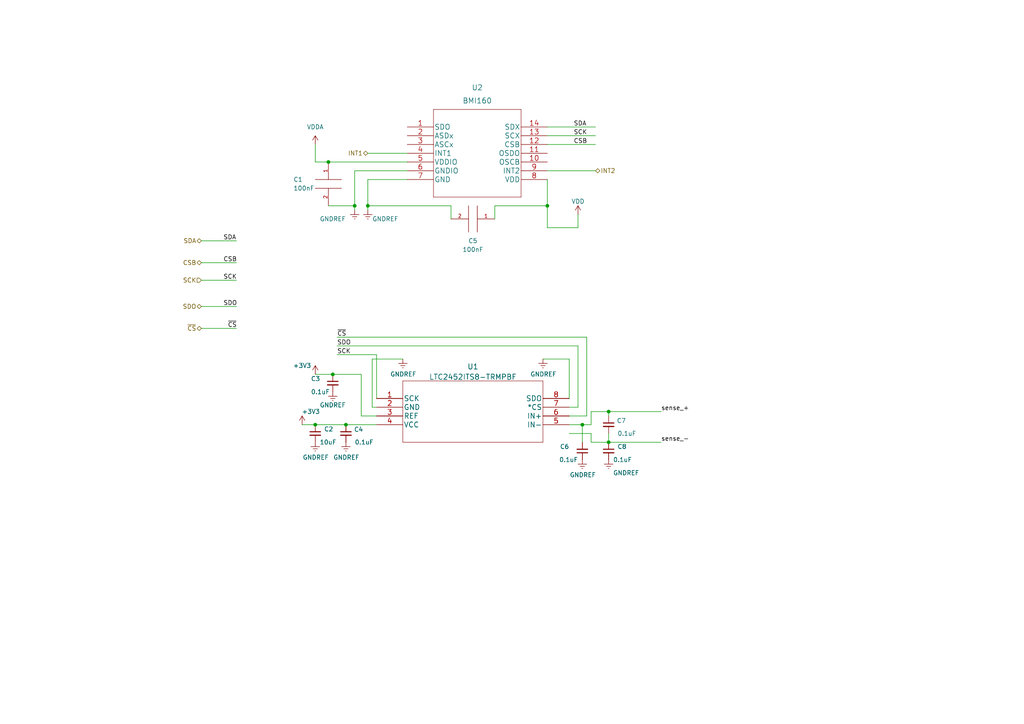
<source format=kicad_sch>
(kicad_sch (version 20211123) (generator eeschema)
  (paper "A4")
  (lib_symbols
    (symbol "BM160:BMI160" (pin_names (offset 0.254))
      (property "Reference" "U6" (at 20.32 11.43 0))
      (property "Value" "BMI160" (at 20.32 7.62 0))
      (symbol "BMI160_1_1"
        (polyline (pts (xy 7.62 -20.32) (xy 33.02 -20.32)) (stroke (width 0.127)))
        (polyline (pts (xy 7.62 5.08) (xy 7.62 -20.32)) (stroke (width 0.127)))
        (polyline (pts (xy 33.02 -20.32) (xy 33.02 5.08)) (stroke (width 0.127)))
        (polyline (pts (xy 33.02 5.08) (xy 7.62 5.08)) (stroke (width 0.127)))
        (pin bidirectional line (at 0 0 0) (length 7.62) (name "SDO") (number "1"))
        (pin bidirectional line (at 40.64 -10.16 180) (length 7.62) (name "OSCB") (number "10"))
        (pin bidirectional line (at 40.64 -7.62 180) (length 7.62) (name "OSDO") (number "11"))
        (pin input line (at 40.64 -5.08 180) (length 7.62) (name "CSB") (number "12"))
        (pin input line (at 40.64 -2.54 180) (length 7.62) (name "SCX") (number "13"))
        (pin bidirectional line (at 40.64 0 180) (length 7.62) (name "SDX") (number "14"))
        (pin bidirectional line (at 0 -2.54 0) (length 7.62) (name "ASDx") (number "2"))
        (pin output line (at 0 -5.08 0) (length 7.62) (name "ASCx") (number "3"))
        (pin bidirectional line (at 0 -7.62 0) (length 7.62) (name "INT1") (number "4"))
        (pin unspecified line (at 0 -10.16 0) (length 7.62) (name "VDDIO") (number "5"))
        (pin power_in line (at 0 -12.7 0) (length 7.62) (name "GNDIO") (number "6"))
        (pin power_in line (at 0 -15.24 0) (length 7.62) (name "GND") (number "7"))
        (pin power_in line (at 40.64 -15.24 180) (length 7.62) (name "VDD") (number "8"))
        (pin bidirectional line (at 40.64 -12.7 180) (length 7.62) (name "INT2") (number "9"))
      )
    )
    (symbol "Device:C_Small" (pin_numbers hide) (pin_names (offset 0.254) hide)
      (property "Reference" "C" (at 0.254 1.778 0))
      (property "Value" "C_Small" (at 0.254 -2.032 0))
      (symbol "C_Small_0_1"
        (polyline (pts (xy -1.524 -0.508) (xy 1.524 -0.508)) (stroke (width 0.3302)))
        (polyline (pts (xy -1.524 0.508) (xy 1.524 0.508)) (stroke (width 0.3048)))
      )
      (symbol "C_Small_1_1"
        (pin passive line (at 0 2.54 270) (length 2.032) (name "~") (number "1"))
        (pin passive line (at 0 -2.54 90) (length 2.032) (name "~") (number "2"))
      )
    )
    (symbol "LTC2452:LTC2452ITS8-TRMPBF" (pin_names (offset 0.254))
      (property "Reference" "U" (at 27.94 10.16 0))
      (property "Value" "LTC2452ITS8-TRMPBF" (at 27.94 7.62 0))
      (symbol "LTC2452ITS8-TRMPBF_1_1"
        (polyline (pts (xy 7.62 -12.7) (xy 48.26 -12.7)) (stroke (width 0.127)))
        (polyline (pts (xy 7.62 5.08) (xy 7.62 -12.7)) (stroke (width 0.127)))
        (polyline (pts (xy 48.26 -12.7) (xy 48.26 5.08)) (stroke (width 0.127)))
        (polyline (pts (xy 48.26 5.08) (xy 7.62 5.08)) (stroke (width 0.127)))
        (pin input line (at 0 0 0) (length 7.62) (name "SCK") (number "1"))
        (pin power_in line (at 0 -2.54 0) (length 7.62) (name "GND") (number "2"))
        (pin input line (at 0 -5.08 0) (length 7.62) (name "REF") (number "3"))
        (pin power_in line (at 0 -7.62 0) (length 7.62) (name "VCC") (number "4"))
        (pin input line (at 55.88 -7.62 180) (length 7.62) (name "IN-") (number "5"))
        (pin input line (at 55.88 -5.08 180) (length 7.62) (name "IN+") (number "6"))
        (pin input line (at 55.88 -2.54 180) (length 7.62) (name "*CS") (number "7"))
        (pin output line (at 55.88 0 180) (length 7.62) (name "SDO") (number "8"))
      )
    )
    (symbol "power:+3V3" (power) (pin_names (offset 0))
      (property "Value" "+3V3" (at 0 3.556 0))
      (symbol "+3V3_0_1"
        (polyline (pts (xy -0.762 1.27) (xy 0 2.54)))
        (polyline (pts (xy 0 0) (xy 0 2.54)))
        (polyline (pts (xy 0 2.54) (xy 0.762 1.27)))
      )
      (symbol "+3V3_1_1"
        (pin power_in line (at 0 0 90) (length 0) hide (name "+3V3") (number "1"))
      )
    )
    (symbol "power:GNDREF" (power) (pin_names (offset 0))
      (property "Value" "GNDREF" (at 0 -3.81 0))
      (symbol "GNDREF_0_1"
        (polyline (pts (xy -0.635 -1.905) (xy 0.635 -1.905)))
        (polyline (pts (xy -0.127 -2.54) (xy 0.127 -2.54)))
        (polyline (pts (xy 0 -1.27) (xy 0 0)))
        (polyline (pts (xy 1.27 -1.27) (xy -1.27 -1.27)))
      )
      (symbol "GNDREF_1_1"
        (pin power_in line (at 0 0 270) (length 0) hide (name "GNDREF") (number "1"))
      )
    )
    (symbol "power:VDD" (power) (pin_names (offset 0))
      (property "Value" "VDD" (at 0 3.81 0))
      (symbol "VDD_0_1"
        (polyline (pts (xy -0.762 1.27) (xy 0 2.54)))
        (polyline (pts (xy 0 0) (xy 0 2.54)))
        (polyline (pts (xy 0 2.54) (xy 0.762 1.27)))
      )
      (symbol "VDD_1_1"
        (pin power_in line (at 0 0 90) (length 0) hide (name "VDD") (number "1"))
      )
    )
    (symbol "power:VDDA" (power) (pin_names (offset 0))
      (property "Value" "VDDA" (at 0 3.81 0))
      (symbol "VDDA_0_1"
        (polyline (pts (xy -0.762 1.27) (xy 0 2.54)))
        (polyline (pts (xy 0 0) (xy 0 2.54)))
        (polyline (pts (xy 0 2.54) (xy 0.762 1.27)))
      )
      (symbol "VDDA_1_1"
        (pin power_in line (at 0 0 90) (length 0) hide (name "VDDA") (number "1"))
      )
    )
    (symbol "pspice:CAP" (pin_names (offset 0.254))
      (property "Reference" "C" (at 2.54 3.81 90))
      (property "Value" "CAP" (at 2.54 -3.81 90))
      (symbol "CAP_0_1"
        (polyline (pts (xy -3.81 -1.27) (xy 3.81 -1.27)))
        (polyline (pts (xy -3.81 1.27) (xy 3.81 1.27)))
      )
      (symbol "CAP_1_1"
        (pin passive line (at 0 6.35 270) (length 5.08) (name "~") (number "1"))
        (pin passive line (at 0 -6.35 90) (length 5.08) (name "~") (number "2"))
      )
    )
  )
  (junction (at 91.44 123.19))
  (junction (at 176.53 128.27))
  (junction (at 102.87 59.69))
  (junction (at 100.33 123.19))
  (junction (at 168.91 123.19))
  (junction (at 96.52 108.585))
  (junction (at 106.68 59.69))
  (junction (at 158.75 59.69))
  (junction (at 176.53 119.38))
  (junction (at 95.25 46.99))
  (wire (pts (xy 165.1 125.73) (xy 171.45 125.73)))
  (wire (pts (xy 171.45 123.19) (xy 171.45 119.38)))
  (wire (pts (xy 176.53 128.27) (xy 171.45 128.27)))
  (wire (pts (xy 91.44 123.19) (xy 100.33 123.19)))
  (wire (pts (xy 176.53 125.73) (xy 176.53 128.27)))
  (wire (pts (xy 176.53 119.38) (xy 191.77 119.38)))
  (wire (pts (xy 102.87 59.69) (xy 102.87 60.96)))
  (wire (pts (xy 167.64 118.11) (xy 167.64 100.33)))
  (wire (pts (xy 158.75 49.53) (xy 172.72 49.53)))
  (wire (pts (xy 171.45 125.73) (xy 171.45 128.27)))
  (wire (pts (xy 176.53 119.38) (xy 176.53 120.65)))
  (wire (pts (xy 96.52 108.585) (xy 104.775 108.585)))
  (wire (pts (xy 143.51 59.69) (xy 158.75 59.69)))
  (wire (pts (xy 106.68 59.69) (xy 130.81 59.69)))
  (wire (pts (xy 158.75 59.69) (xy 158.75 66.04)))
  (wire (pts (xy 58.42 76.2) (xy 68.58 76.2)))
  (wire (pts (xy 104.775 120.65) (xy 109.22 120.65)))
  (wire (pts (xy 158.75 52.07) (xy 158.75 59.69)))
  (wire (pts (xy 158.75 66.04) (xy 167.64 66.04)))
  (wire (pts (xy 104.775 108.585) (xy 104.775 120.65)))
  (wire (pts (xy 165.1 123.19) (xy 168.91 123.19)))
  (wire (pts (xy 106.68 44.45) (xy 118.11 44.45)))
  (wire (pts (xy 158.75 41.91) (xy 172.72 41.91)))
  (wire (pts (xy 107.95 118.11) (xy 107.95 104.14)))
  (wire (pts (xy 109.22 102.87) (xy 109.22 115.57)))
  (wire (pts (xy 58.42 81.28) (xy 68.58 81.28)))
  (wire (pts (xy 170.18 120.65) (xy 170.18 97.79)))
  (wire (pts (xy 168.91 128.27) (xy 168.91 123.19)))
  (wire (pts (xy 165.1 104.14) (xy 157.48 104.14)))
  (wire (pts (xy 107.95 104.14) (xy 116.84 104.14)))
  (wire (pts (xy 106.68 59.69) (xy 106.68 60.96)))
  (wire (pts (xy 170.18 97.79) (xy 97.79 97.79)))
  (wire (pts (xy 109.22 102.87) (xy 97.79 102.87)))
  (wire (pts (xy 95.25 46.99) (xy 118.11 46.99)))
  (wire (pts (xy 165.1 115.57) (xy 165.1 104.14)))
  (wire (pts (xy 158.75 36.83) (xy 172.72 36.83)))
  (wire (pts (xy 91.44 123.19) (xy 87.63 123.19)))
  (wire (pts (xy 102.87 49.53) (xy 118.11 49.53)))
  (wire (pts (xy 168.91 123.19) (xy 171.45 123.19)))
  (wire (pts (xy 91.44 108.585) (xy 96.52 108.585)))
  (wire (pts (xy 106.68 52.07) (xy 118.11 52.07)))
  (wire (pts (xy 167.64 100.33) (xy 97.79 100.33)))
  (wire (pts (xy 171.45 119.38) (xy 176.53 119.38)))
  (wire (pts (xy 130.81 59.69) (xy 130.81 63.5)))
  (wire (pts (xy 102.87 49.53) (xy 102.87 59.69)))
  (wire (pts (xy 167.64 62.23) (xy 167.64 66.04)))
  (wire (pts (xy 143.51 63.5) (xy 143.51 59.69)))
  (wire (pts (xy 109.22 118.11) (xy 107.95 118.11)))
  (wire (pts (xy 176.53 128.27) (xy 191.77 128.27)))
  (wire (pts (xy 165.1 118.11) (xy 167.64 118.11)))
  (wire (pts (xy 100.33 123.19) (xy 109.22 123.19)))
  (wire (pts (xy 95.25 59.69) (xy 102.87 59.69)))
  (wire (pts (xy 106.68 52.07) (xy 106.68 59.69)))
  (wire (pts (xy 91.44 41.91) (xy 91.44 46.99)))
  (wire (pts (xy 58.42 95.25) (xy 68.58 95.25)))
  (wire (pts (xy 165.1 120.65) (xy 170.18 120.65)))
  (wire (pts (xy 158.75 39.37) (xy 172.72 39.37)))
  (wire (pts (xy 58.42 69.85) (xy 68.58 69.85)))
  (wire (pts (xy 58.42 88.9) (xy 68.58 88.9)))
  (wire (pts (xy 91.44 46.99) (xy 95.25 46.99)))
  (label "SCK" (at 97.79 102.87 0))
  (label "sense_-" (at 191.77 128.27 0))
  (label "CSB" (at 64.77 76.2 0))
  (label "SCK" (at 166.37 39.37 0))
  (label "SDA" (at 166.37 36.83 0))
  (label "SDA" (at 64.77 69.85 0))
  (label "SDO" (at 97.79 100.33 0))
  (label "CSB" (at 166.37 41.91 0))
  (label "SCK" (at 64.77 81.28 0))
  (label "sense_+" (at 191.77 119.38 0))
  (label "~{CS}" (at 66.04 95.25 0))
  (label "SDO" (at 64.77 88.9 0))
  (label "~{CS}" (at 97.79 97.79 0))
  (hierarchical_label "INT2" (shape bidirectional) (at 172.72 49.53 0))
  (hierarchical_label "CSB" (shape bidirectional) (at 58.42 76.2 180))
  (hierarchical_label "SCK" (shape input) (at 58.42 81.28 180))
  (hierarchical_label "~{CS}" (shape bidirectional) (at 58.42 95.25 180))
  (hierarchical_label "INT1" (shape bidirectional) (at 106.68 44.45 180))
  (hierarchical_label "SDA" (shape bidirectional) (at 58.42 69.85 180))
  (hierarchical_label "SDO" (shape bidirectional) (at 58.42 88.9 180))
  (symbol (lib_id "power:VDD") (at 167.64 62.23 0) (unit 1)
    (property "Reference" "#PWR011" (effects hide))
    (property "Value" "VDD" (at 167.64 58.42 0))
  )
  (symbol (lib_id "power:GNDREF") (at 168.91 133.35 0) (unit 1)
    (property "Reference" "#PWR012" (effects hide))
    (property "Value" "GNDREF" (at 169.037 137.7442 0))
  )
  (symbol (lib_id "power:GNDREF") (at 176.53 133.35 0) (unit 1)
    (property "Reference" "#PWR013" (effects hide))
    (property "Value" "GNDREF" (at 181.61 137.16 0))
  )
  (symbol (lib_id "pspice:CAP") (at 137.16 63.5 270) (unit 1)
    (property "Reference" "C5" (at 137.16 69.85 90))
    (property "Value" "100nF" (at 137.16 72.39 90))
    (property "Footprint" "Capacitor_SMD:C_1206_3216Metric_Pad1.33x1.80mm_HandSolder" (effects hide))
  )
  (symbol (lib_id "Device:C_Small") (at 91.44 125.73 0) (unit 1)
    (property "Reference" "C2" (at 93.98 124.46 0) (effects (justify left)))
    (property "Value" "10uF" (at 92.71 128.27 0) (effects (justify left)))
    (property "Footprint" "Capacitor_SMD:C_1206_3216Metric_Pad1.33x1.80mm_HandSolder" (effects hide))
  )
  (symbol (lib_id "Device:C_Small") (at 176.53 130.81 0) (unit 1)
    (property "Reference" "C8" (at 179.07 129.54 0) (effects (justify left)))
    (property "Value" "0.1uF" (at 177.8 133.35 0) (effects (justify left)))
    (property "Footprint" "Capacitor_SMD:C_1206_3216Metric_Pad1.33x1.80mm_HandSolder" (effects hide))
  )
  (symbol (lib_id "power:GNDREF") (at 157.48 104.14 0) (unit 1)
    (property "Reference" "#PWR010" (effects hide))
    (property "Value" "GNDREF" (at 157.607 108.5342 0))
  )
  (symbol (lib_id "power:GNDREF") (at 116.84 104.14 0) (unit 1)
    (property "Reference" "#PWR09" (effects hide))
    (property "Value" "GNDREF" (at 116.967 108.5342 0))
  )
  (symbol (lib_id "BM160:BMI160") (at 118.11 36.83 0) (unit 1)
    (property "Reference" "U2" (at 138.43 25.4 0) (effects (font (size 1.524 1.524))))
    (property "Value" "BMI160" (at 138.43 29.21 0) (effects (font (size 1.524 1.524))))
    (property "Footprint" "BMI160:BMI160" (effects hide))
  )
  (symbol (lib_id "power:VDDA") (at 91.44 41.91 0) (unit 1)
    (property "Reference" "#PWR01" (effects hide))
    (property "Value" "VDDA" (at 91.44 36.83 0))
  )
  (symbol (lib_id "Device:C_Small") (at 168.91 130.81 180) (unit 1)
    (property "Reference" "C6" (at 165.1 129.54 0) (effects (justify left)))
    (property "Value" "0.1uF" (at 167.64 133.35 0) (effects (justify left)))
    (property "Footprint" "Capacitor_SMD:C_1206_3216Metric_Pad1.33x1.80mm_HandSolder" (effects hide))
  )
  (symbol (lib_id "Device:C_Small") (at 100.33 125.73 0) (unit 1)
    (property "Reference" "C4" (at 102.6668 124.5616 0) (effects (justify left)))
    (property "Value" "0.1uF" (at 102.87 128.27 0) (effects (justify left)))
    (property "Footprint" "Capacitor_SMD:C_1206_3216Metric_Pad1.33x1.80mm_HandSolder" (effects hide))
  )
  (symbol (lib_id "power:GNDREF") (at 102.87 60.96 0) (unit 1)
    (property "Reference" "#PWR05" (effects hide))
    (property "Value" "GNDREF" (at 96.52 63.5 0))
  )
  (symbol (lib_id "Device:C_Small") (at 96.52 111.125 0) (unit 1)
    (property "Reference" "C3" (at 90.17 109.855 0) (effects (justify left)))
    (property "Value" "0.1uF" (at 90.17 113.665 0) (effects (justify left)))
    (property "Footprint" "Capacitor_SMD:C_1206_3216Metric_Pad1.33x1.80mm_HandSolder" (effects hide))
  )
  (symbol (lib_id "power:GNDREF") (at 106.68 60.96 0) (unit 1)
    (property "Reference" "#PWR07" (effects hide))
    (property "Value" "GNDREF" (at 111.76 63.5 0))
  )
  (symbol (lib_id "power:GNDREF") (at 91.44 128.27 0) (unit 1)
    (property "Reference" "#PWR04" (effects hide))
    (property "Value" "GNDREF" (at 91.567 132.6642 0))
  )
  (symbol (lib_id "power:+3V3") (at 91.44 108.585 0) (unit 1)
    (property "Reference" "#PWR03" (effects hide))
    (property "Value" "+3V3" (at 87.63 106.045 0))
  )
  (symbol (lib_id "power:+3V3") (at 87.63 123.19 0) (unit 1)
    (property "Reference" "#PWR02" (effects hide))
    (property "Value" "+3V3" (at 90.17 119.38 0))
  )
  (symbol (lib_id "pspice:CAP") (at 95.25 53.34 0) (unit 1)
    (property "Reference" "C1" (at 85.09 52.07 0) (effects (justify left)))
    (property "Value" "100nF" (at 85.09 54.61 0) (effects (justify left)))
    (property "Footprint" "Capacitor_SMD:C_1206_3216Metric_Pad1.33x1.80mm_HandSolder" (effects hide))
  )
  (symbol (lib_id "Device:C_Small") (at 176.53 123.19 0) (unit 1)
    (property "Reference" "C7" (at 178.8668 122.0216 0) (effects (justify left)))
    (property "Value" "0.1uF" (at 179.07 125.73 0) (effects (justify left)))
    (property "Footprint" "Capacitor_SMD:C_1206_3216Metric_Pad1.33x1.80mm_HandSolder" (effects hide))
  )
  (symbol (lib_id "LTC2452:LTC2452ITS8-TRMPBF") (at 109.22 115.57 0) (unit 1)
    (property "Reference" "U1" (at 137.16 106.3424 0) (effects (font (size 1.524 1.524))))
    (property "Value" "LTC2452ITS8-TRMPBF" (at 137.16 109.3358 0) (effects (font (size 1.524 1.524))))
    (property "Footprint" "LTC2452:LTC2452ITS8-TRMPBF" (effects hide))
  )
  (symbol (lib_id "power:GNDREF") (at 100.33 128.27 0) (unit 1)
    (property "Reference" "#PWR08" (effects hide))
    (property "Value" "GNDREF" (at 100.457 132.6642 0))
  )
  (symbol (lib_id "power:GNDREF") (at 96.52 113.665 0) (unit 1)
    (property "Reference" "#PWR06" (effects hide))
    (property "Value" "GNDREF" (at 96.52 117.475 0))
  )
)
</source>
